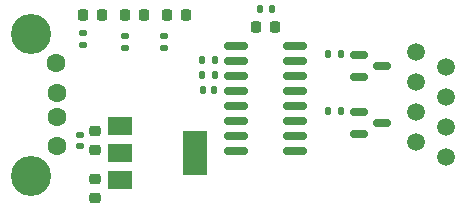
<source format=gbr>
%TF.GenerationSoftware,KiCad,Pcbnew,(6.0.4)*%
%TF.CreationDate,2023-01-25T11:34:55+09:00*%
%TF.ProjectId,naraetracker-usb-convertor,6e617261-6574-4726-9163-6b65722d7573,rev?*%
%TF.SameCoordinates,Original*%
%TF.FileFunction,Paste,Top*%
%TF.FilePolarity,Positive*%
%FSLAX46Y46*%
G04 Gerber Fmt 4.6, Leading zero omitted, Abs format (unit mm)*
G04 Created by KiCad (PCBNEW (6.0.4)) date 2023-01-25 11:34:55*
%MOMM*%
%LPD*%
G01*
G04 APERTURE LIST*
G04 Aperture macros list*
%AMRoundRect*
0 Rectangle with rounded corners*
0 $1 Rounding radius*
0 $2 $3 $4 $5 $6 $7 $8 $9 X,Y pos of 4 corners*
0 Add a 4 corners polygon primitive as box body*
4,1,4,$2,$3,$4,$5,$6,$7,$8,$9,$2,$3,0*
0 Add four circle primitives for the rounded corners*
1,1,$1+$1,$2,$3*
1,1,$1+$1,$4,$5*
1,1,$1+$1,$6,$7*
1,1,$1+$1,$8,$9*
0 Add four rect primitives between the rounded corners*
20,1,$1+$1,$2,$3,$4,$5,0*
20,1,$1+$1,$4,$5,$6,$7,0*
20,1,$1+$1,$6,$7,$8,$9,0*
20,1,$1+$1,$8,$9,$2,$3,0*%
G04 Aperture macros list end*
%ADD10RoundRect,0.150000X-0.825000X-0.150000X0.825000X-0.150000X0.825000X0.150000X-0.825000X0.150000X0*%
%ADD11RoundRect,0.225000X-0.250000X0.225000X-0.250000X-0.225000X0.250000X-0.225000X0.250000X0.225000X0*%
%ADD12RoundRect,0.135000X-0.135000X-0.185000X0.135000X-0.185000X0.135000X0.185000X-0.135000X0.185000X0*%
%ADD13RoundRect,0.140000X-0.140000X-0.170000X0.140000X-0.170000X0.140000X0.170000X-0.140000X0.170000X0*%
%ADD14RoundRect,0.140000X0.170000X-0.140000X0.170000X0.140000X-0.170000X0.140000X-0.170000X-0.140000X0*%
%ADD15RoundRect,0.218750X-0.218750X-0.256250X0.218750X-0.256250X0.218750X0.256250X-0.218750X0.256250X0*%
%ADD16C,1.520000*%
%ADD17R,2.000000X1.500000*%
%ADD18R,2.000000X3.800000*%
%ADD19C,1.600000*%
%ADD20C,3.400000*%
%ADD21RoundRect,0.135000X0.135000X0.185000X-0.135000X0.185000X-0.135000X-0.185000X0.135000X-0.185000X0*%
%ADD22RoundRect,0.135000X-0.185000X0.135000X-0.185000X-0.135000X0.185000X-0.135000X0.185000X0.135000X0*%
%ADD23RoundRect,0.150000X-0.587500X-0.150000X0.587500X-0.150000X0.587500X0.150000X-0.587500X0.150000X0*%
%ADD24RoundRect,0.225000X0.250000X-0.225000X0.250000X0.225000X-0.250000X0.225000X-0.250000X-0.225000X0*%
%ADD25RoundRect,0.225000X-0.225000X-0.250000X0.225000X-0.250000X0.225000X0.250000X-0.225000X0.250000X0*%
G04 APERTURE END LIST*
D10*
%TO.C,U2*%
X122747000Y-83947000D03*
X122747000Y-85217000D03*
X122747000Y-86487000D03*
X122747000Y-87757000D03*
X122747000Y-89027000D03*
X122747000Y-90297000D03*
X122747000Y-91567000D03*
X122747000Y-92837000D03*
X127697000Y-92837000D03*
X127697000Y-91567000D03*
X127697000Y-90297000D03*
X127697000Y-89027000D03*
X127697000Y-87757000D03*
X127697000Y-86487000D03*
X127697000Y-85217000D03*
X127697000Y-83947000D03*
%TD*%
D11*
%TO.C,C1*%
X110744000Y-95224000D03*
X110744000Y-96774000D03*
%TD*%
D12*
%TO.C,R4*%
X130554000Y-84582000D03*
X131574000Y-84582000D03*
%TD*%
D13*
%TO.C,C5*%
X124770000Y-80772000D03*
X125730000Y-80772000D03*
%TD*%
D14*
%TO.C,C3*%
X109474000Y-92428000D03*
X109474000Y-91468000D03*
%TD*%
D15*
%TO.C,LEDRX1*%
X113337000Y-81280000D03*
X114912000Y-81280000D03*
%TD*%
%TO.C,LEDPW1*%
X109781000Y-81280000D03*
X111356000Y-81280000D03*
%TD*%
D16*
%TO.C,RJ1*%
X140462000Y-93340000D03*
X137922000Y-92070000D03*
X140462000Y-90800000D03*
X137922000Y-89530000D03*
X140462000Y-88270000D03*
X137922000Y-87000000D03*
X140462000Y-85720000D03*
X137922000Y-84460000D03*
%TD*%
D17*
%TO.C,U1*%
X112928000Y-90664000D03*
D18*
X119228000Y-92964000D03*
D17*
X112928000Y-92964000D03*
X112928000Y-95264000D03*
%TD*%
D19*
%TO.C,USB1*%
X107541000Y-92400000D03*
X107541000Y-89900000D03*
X107541000Y-87900000D03*
X107521000Y-85400000D03*
D20*
X105381000Y-94900000D03*
X105381000Y-82900000D03*
%TD*%
D21*
%TO.C,R2*%
X120904000Y-86360000D03*
X119884000Y-86360000D03*
%TD*%
D22*
%TO.C,R6*%
X116586000Y-83058000D03*
X116586000Y-84078000D03*
%TD*%
D21*
%TO.C,R1*%
X120906000Y-85090000D03*
X119886000Y-85090000D03*
%TD*%
D22*
%TO.C,R5*%
X109728000Y-82800000D03*
X109728000Y-83820000D03*
%TD*%
D23*
%TO.C,Q2*%
X133174500Y-84648000D03*
X133174500Y-86548000D03*
X135049500Y-85598000D03*
%TD*%
D15*
%TO.C,LEDTX1*%
X116893000Y-81280000D03*
X118468000Y-81280000D03*
%TD*%
D24*
%TO.C,C2*%
X110744000Y-92710000D03*
X110744000Y-91160000D03*
%TD*%
D13*
%TO.C,C4*%
X119916000Y-87630000D03*
X120876000Y-87630000D03*
%TD*%
D22*
%TO.C,R7*%
X113284000Y-83058000D03*
X113284000Y-84078000D03*
%TD*%
D23*
%TO.C,Q1*%
X133174500Y-89474000D03*
X133174500Y-91374000D03*
X135049500Y-90424000D03*
%TD*%
D25*
%TO.C,C6*%
X124434000Y-82296000D03*
X125984000Y-82296000D03*
%TD*%
D12*
%TO.C,R3*%
X130552000Y-89408000D03*
X131572000Y-89408000D03*
%TD*%
M02*

</source>
